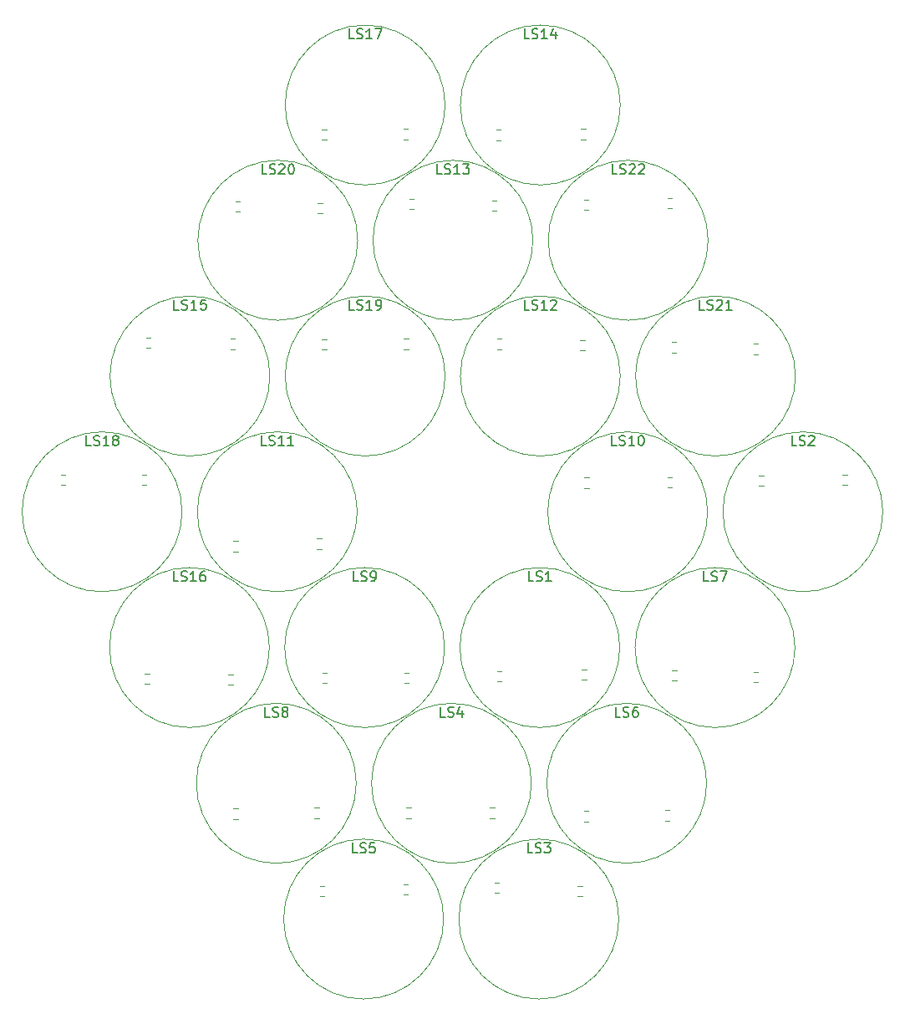
<source format=gbr>
%TF.GenerationSoftware,KiCad,Pcbnew,5.1.10*%
%TF.CreationDate,2021-07-04T18:02:09+02:00*%
%TF.ProjectId,test_16,74657374-5f31-4362-9e6b-696361645f70,0.1*%
%TF.SameCoordinates,Original*%
%TF.FileFunction,Legend,Top*%
%TF.FilePolarity,Positive*%
%FSLAX46Y46*%
G04 Gerber Fmt 4.6, Leading zero omitted, Abs format (unit mm)*
G04 Created by KiCad (PCBNEW 5.1.10) date 2021-07-04 18:02:09*
%MOMM*%
%LPD*%
G01*
G04 APERTURE LIST*
%ADD10C,0.120000*%
%ADD11C,0.150000*%
G04 APERTURE END LIST*
D10*
%TO.C,LS3*%
X416850000Y-291250000D02*
G75*
G03*
X416850000Y-291250000I-8100000J0D01*
G01*
%TO.C,LS7*%
X434700000Y-263750000D02*
G75*
G03*
X434700000Y-263750000I-8100000J0D01*
G01*
%TO.C,LS6*%
X425750000Y-277500000D02*
G75*
G03*
X425750000Y-277500000I-8100000J0D01*
G01*
%TO.C,LS5*%
X399100000Y-291250000D02*
G75*
G03*
X399100000Y-291250000I-8100000J0D01*
G01*
%TO.C,LS2*%
X443600000Y-250000000D02*
G75*
G03*
X443600000Y-250000000I-8100000J0D01*
G01*
%TO.C,LS1*%
X416950000Y-263750000D02*
G75*
G03*
X416950000Y-263750000I-8100000J0D01*
G01*
%TO.C,LS4*%
X408000000Y-277500000D02*
G75*
G03*
X408000000Y-277500000I-8100000J0D01*
G01*
%TO.C,LS10*%
X425850000Y-250000000D02*
G75*
G03*
X425850000Y-250000000I-8100000J0D01*
G01*
%TO.C,LS9*%
X399200000Y-263750000D02*
G75*
G03*
X399200000Y-263750000I-8100000J0D01*
G01*
%TO.C,LS8*%
X390250000Y-277500000D02*
G75*
G03*
X390250000Y-277500000I-8100000J0D01*
G01*
%TO.C,LS22*%
X425900000Y-222500000D02*
G75*
G03*
X425900000Y-222500000I-8100000J0D01*
G01*
%TO.C,LS21*%
X434750000Y-236250000D02*
G75*
G03*
X434750000Y-236250000I-8100000J0D01*
G01*
%TO.C,LS16*%
X381450000Y-263750000D02*
G75*
G03*
X381450000Y-263750000I-8100000J0D01*
G01*
%TO.C,LS13*%
X408150000Y-222500000D02*
G75*
G03*
X408150000Y-222500000I-8100000J0D01*
G01*
%TO.C,LS12*%
X417000000Y-236250000D02*
G75*
G03*
X417000000Y-236250000I-8100000J0D01*
G01*
%TO.C,LS11*%
X390350000Y-250000000D02*
G75*
G03*
X390350000Y-250000000I-8100000J0D01*
G01*
%TO.C,LS20*%
X390400000Y-222500000D02*
G75*
G03*
X390400000Y-222500000I-8100000J0D01*
G01*
%TO.C,LS19*%
X399250000Y-236250000D02*
G75*
G03*
X399250000Y-236250000I-8100000J0D01*
G01*
%TO.C,LS18*%
X372600000Y-250000000D02*
G75*
G03*
X372600000Y-250000000I-8100000J0D01*
G01*
%TO.C,LS15*%
X381500000Y-236250000D02*
G75*
G03*
X381500000Y-236250000I-8100000J0D01*
G01*
%TO.C,LS14*%
X417000000Y-208800000D02*
G75*
G03*
X417000000Y-208800000I-8100000J0D01*
G01*
%TO.C,LS17*%
X399250000Y-208800000D02*
G75*
G03*
X399250000Y-208800000I-8100000J0D01*
G01*
%TO.C,R40*%
X386812258Y-219772500D02*
X386337742Y-219772500D01*
X386812258Y-218727500D02*
X386337742Y-218727500D01*
%TO.C,R39*%
X395562258Y-233522500D02*
X395087742Y-233522500D01*
X395562258Y-232477500D02*
X395087742Y-232477500D01*
%TO.C,R38*%
X368987258Y-247272500D02*
X368512742Y-247272500D01*
X368987258Y-246227500D02*
X368512742Y-246227500D01*
%TO.C,R36*%
X377737258Y-267522500D02*
X377262742Y-267522500D01*
X377737258Y-266477500D02*
X377262742Y-266477500D01*
%TO.C,R35*%
X377987258Y-233522500D02*
X377512742Y-233522500D01*
X377987258Y-232477500D02*
X377512742Y-232477500D01*
%TO.C,R34*%
X413487258Y-212272500D02*
X413012742Y-212272500D01*
X413487258Y-211227500D02*
X413012742Y-211227500D01*
%TO.C,R33*%
X404487258Y-219522500D02*
X404012742Y-219522500D01*
X404487258Y-218477500D02*
X404012742Y-218477500D01*
%TO.C,R32*%
X413387258Y-233672500D02*
X412912742Y-233672500D01*
X413387258Y-232627500D02*
X412912742Y-232627500D01*
%TO.C,R31*%
X386737258Y-253772500D02*
X386262742Y-253772500D01*
X386737258Y-252727500D02*
X386262742Y-252727500D01*
%TO.C,R30*%
X378012742Y-218527500D02*
X378487258Y-218527500D01*
X378012742Y-219572500D02*
X378487258Y-219572500D01*
%TO.C,R29*%
X386762742Y-232527500D02*
X387237258Y-232527500D01*
X386762742Y-233572500D02*
X387237258Y-233572500D01*
%TO.C,R28*%
X360312742Y-246227500D02*
X360787258Y-246227500D01*
X360312742Y-247272500D02*
X360787258Y-247272500D01*
%TO.C,R26*%
X368812742Y-266377500D02*
X369287258Y-266377500D01*
X368812742Y-267422500D02*
X369287258Y-267422500D01*
%TO.C,R25*%
X368962742Y-232327500D02*
X369437258Y-232327500D01*
X368962742Y-233372500D02*
X369437258Y-233372500D01*
%TO.C,R24*%
X404412742Y-211327500D02*
X404887258Y-211327500D01*
X404412742Y-212372500D02*
X404887258Y-212372500D01*
%TO.C,R23*%
X395612742Y-218277500D02*
X396087258Y-218277500D01*
X395612742Y-219322500D02*
X396087258Y-219322500D01*
%TO.C,R22*%
X404512742Y-232477500D02*
X404987258Y-232477500D01*
X404512742Y-233522500D02*
X404987258Y-233522500D01*
%TO.C,R21*%
X377812742Y-252977500D02*
X378287258Y-252977500D01*
X377812742Y-254022500D02*
X378287258Y-254022500D01*
%TO.C,R37*%
X395487258Y-212272500D02*
X395012742Y-212272500D01*
X395487258Y-211227500D02*
X395012742Y-211227500D01*
%TO.C,R20*%
X422237258Y-247522500D02*
X421762742Y-247522500D01*
X422237258Y-246477500D02*
X421762742Y-246477500D01*
%TO.C,R19*%
X395587258Y-267372500D02*
X395112742Y-267372500D01*
X395587258Y-266327500D02*
X395112742Y-266327500D01*
%TO.C,R18*%
X386487258Y-281022500D02*
X386012742Y-281022500D01*
X386487258Y-279977500D02*
X386012742Y-279977500D01*
%TO.C,R17*%
X430987258Y-267272500D02*
X430512742Y-267272500D01*
X430987258Y-266227500D02*
X430512742Y-266227500D01*
%TO.C,R16*%
X421987258Y-281272500D02*
X421512742Y-281272500D01*
X421987258Y-280227500D02*
X421512742Y-280227500D01*
%TO.C,R15*%
X395487258Y-288772500D02*
X395012742Y-288772500D01*
X395487258Y-287727500D02*
X395012742Y-287727500D01*
%TO.C,R14*%
X404237258Y-281022500D02*
X403762742Y-281022500D01*
X404237258Y-279977500D02*
X403762742Y-279977500D01*
%TO.C,R13*%
X413137258Y-288922500D02*
X412662742Y-288922500D01*
X413137258Y-287877500D02*
X412662742Y-287877500D01*
%TO.C,R12*%
X439987258Y-247272500D02*
X439512742Y-247272500D01*
X439987258Y-246227500D02*
X439512742Y-246227500D01*
%TO.C,R11*%
X413562258Y-267022500D02*
X413087742Y-267022500D01*
X413562258Y-265977500D02*
X413087742Y-265977500D01*
%TO.C,R44*%
X422237258Y-219272500D02*
X421762742Y-219272500D01*
X422237258Y-218227500D02*
X421762742Y-218227500D01*
%TO.C,R43*%
X430987258Y-234022500D02*
X430512742Y-234022500D01*
X430987258Y-232977500D02*
X430512742Y-232977500D01*
%TO.C,R27*%
X386762742Y-211277500D02*
X387237258Y-211277500D01*
X386762742Y-212322500D02*
X387237258Y-212322500D01*
%TO.C,R10*%
X413362742Y-246527500D02*
X413837258Y-246527500D01*
X413362742Y-247572500D02*
X413837258Y-247572500D01*
%TO.C,R9*%
X386812742Y-266327500D02*
X387287258Y-266327500D01*
X386812742Y-267372500D02*
X387287258Y-267372500D01*
%TO.C,R8*%
X377812742Y-280077500D02*
X378287258Y-280077500D01*
X377812742Y-281122500D02*
X378287258Y-281122500D01*
%TO.C,R7*%
X422262742Y-266077500D02*
X422737258Y-266077500D01*
X422262742Y-267122500D02*
X422737258Y-267122500D01*
%TO.C,R6*%
X413312742Y-280327500D02*
X413787258Y-280327500D01*
X413312742Y-281372500D02*
X413787258Y-281372500D01*
%TO.C,R5*%
X386562742Y-287877500D02*
X387037258Y-287877500D01*
X386562742Y-288922500D02*
X387037258Y-288922500D01*
%TO.C,R4*%
X395312742Y-279977500D02*
X395787258Y-279977500D01*
X395312742Y-281022500D02*
X395787258Y-281022500D01*
%TO.C,R3*%
X404262742Y-287577500D02*
X404737258Y-287577500D01*
X404262742Y-288622500D02*
X404737258Y-288622500D01*
%TO.C,R2*%
X431062742Y-246327500D02*
X431537258Y-246327500D01*
X431062742Y-247372500D02*
X431537258Y-247372500D01*
%TO.C,R1*%
X404512742Y-266127500D02*
X404987258Y-266127500D01*
X404512742Y-267172500D02*
X404987258Y-267172500D01*
%TO.C,R42*%
X413312742Y-218377500D02*
X413787258Y-218377500D01*
X413312742Y-219422500D02*
X413787258Y-219422500D01*
%TO.C,R41*%
X422212742Y-232827500D02*
X422687258Y-232827500D01*
X422212742Y-233872500D02*
X422687258Y-233872500D01*
%TO.C,LS3*%
D11*
X408107142Y-284532380D02*
X407630952Y-284532380D01*
X407630952Y-283532380D01*
X408392857Y-284484761D02*
X408535714Y-284532380D01*
X408773809Y-284532380D01*
X408869047Y-284484761D01*
X408916666Y-284437142D01*
X408964285Y-284341904D01*
X408964285Y-284246666D01*
X408916666Y-284151428D01*
X408869047Y-284103809D01*
X408773809Y-284056190D01*
X408583333Y-284008571D01*
X408488095Y-283960952D01*
X408440476Y-283913333D01*
X408392857Y-283818095D01*
X408392857Y-283722857D01*
X408440476Y-283627619D01*
X408488095Y-283580000D01*
X408583333Y-283532380D01*
X408821428Y-283532380D01*
X408964285Y-283580000D01*
X409297619Y-283532380D02*
X409916666Y-283532380D01*
X409583333Y-283913333D01*
X409726190Y-283913333D01*
X409821428Y-283960952D01*
X409869047Y-284008571D01*
X409916666Y-284103809D01*
X409916666Y-284341904D01*
X409869047Y-284437142D01*
X409821428Y-284484761D01*
X409726190Y-284532380D01*
X409440476Y-284532380D01*
X409345238Y-284484761D01*
X409297619Y-284437142D01*
%TO.C,LS7*%
X425957142Y-257032380D02*
X425480952Y-257032380D01*
X425480952Y-256032380D01*
X426242857Y-256984761D02*
X426385714Y-257032380D01*
X426623809Y-257032380D01*
X426719047Y-256984761D01*
X426766666Y-256937142D01*
X426814285Y-256841904D01*
X426814285Y-256746666D01*
X426766666Y-256651428D01*
X426719047Y-256603809D01*
X426623809Y-256556190D01*
X426433333Y-256508571D01*
X426338095Y-256460952D01*
X426290476Y-256413333D01*
X426242857Y-256318095D01*
X426242857Y-256222857D01*
X426290476Y-256127619D01*
X426338095Y-256080000D01*
X426433333Y-256032380D01*
X426671428Y-256032380D01*
X426814285Y-256080000D01*
X427147619Y-256032380D02*
X427814285Y-256032380D01*
X427385714Y-257032380D01*
%TO.C,LS6*%
X417007142Y-270782380D02*
X416530952Y-270782380D01*
X416530952Y-269782380D01*
X417292857Y-270734761D02*
X417435714Y-270782380D01*
X417673809Y-270782380D01*
X417769047Y-270734761D01*
X417816666Y-270687142D01*
X417864285Y-270591904D01*
X417864285Y-270496666D01*
X417816666Y-270401428D01*
X417769047Y-270353809D01*
X417673809Y-270306190D01*
X417483333Y-270258571D01*
X417388095Y-270210952D01*
X417340476Y-270163333D01*
X417292857Y-270068095D01*
X417292857Y-269972857D01*
X417340476Y-269877619D01*
X417388095Y-269830000D01*
X417483333Y-269782380D01*
X417721428Y-269782380D01*
X417864285Y-269830000D01*
X418721428Y-269782380D02*
X418530952Y-269782380D01*
X418435714Y-269830000D01*
X418388095Y-269877619D01*
X418292857Y-270020476D01*
X418245238Y-270210952D01*
X418245238Y-270591904D01*
X418292857Y-270687142D01*
X418340476Y-270734761D01*
X418435714Y-270782380D01*
X418626190Y-270782380D01*
X418721428Y-270734761D01*
X418769047Y-270687142D01*
X418816666Y-270591904D01*
X418816666Y-270353809D01*
X418769047Y-270258571D01*
X418721428Y-270210952D01*
X418626190Y-270163333D01*
X418435714Y-270163333D01*
X418340476Y-270210952D01*
X418292857Y-270258571D01*
X418245238Y-270353809D01*
%TO.C,LS5*%
X390357142Y-284532380D02*
X389880952Y-284532380D01*
X389880952Y-283532380D01*
X390642857Y-284484761D02*
X390785714Y-284532380D01*
X391023809Y-284532380D01*
X391119047Y-284484761D01*
X391166666Y-284437142D01*
X391214285Y-284341904D01*
X391214285Y-284246666D01*
X391166666Y-284151428D01*
X391119047Y-284103809D01*
X391023809Y-284056190D01*
X390833333Y-284008571D01*
X390738095Y-283960952D01*
X390690476Y-283913333D01*
X390642857Y-283818095D01*
X390642857Y-283722857D01*
X390690476Y-283627619D01*
X390738095Y-283580000D01*
X390833333Y-283532380D01*
X391071428Y-283532380D01*
X391214285Y-283580000D01*
X392119047Y-283532380D02*
X391642857Y-283532380D01*
X391595238Y-284008571D01*
X391642857Y-283960952D01*
X391738095Y-283913333D01*
X391976190Y-283913333D01*
X392071428Y-283960952D01*
X392119047Y-284008571D01*
X392166666Y-284103809D01*
X392166666Y-284341904D01*
X392119047Y-284437142D01*
X392071428Y-284484761D01*
X391976190Y-284532380D01*
X391738095Y-284532380D01*
X391642857Y-284484761D01*
X391595238Y-284437142D01*
%TO.C,LS2*%
X434857142Y-243282380D02*
X434380952Y-243282380D01*
X434380952Y-242282380D01*
X435142857Y-243234761D02*
X435285714Y-243282380D01*
X435523809Y-243282380D01*
X435619047Y-243234761D01*
X435666666Y-243187142D01*
X435714285Y-243091904D01*
X435714285Y-242996666D01*
X435666666Y-242901428D01*
X435619047Y-242853809D01*
X435523809Y-242806190D01*
X435333333Y-242758571D01*
X435238095Y-242710952D01*
X435190476Y-242663333D01*
X435142857Y-242568095D01*
X435142857Y-242472857D01*
X435190476Y-242377619D01*
X435238095Y-242330000D01*
X435333333Y-242282380D01*
X435571428Y-242282380D01*
X435714285Y-242330000D01*
X436095238Y-242377619D02*
X436142857Y-242330000D01*
X436238095Y-242282380D01*
X436476190Y-242282380D01*
X436571428Y-242330000D01*
X436619047Y-242377619D01*
X436666666Y-242472857D01*
X436666666Y-242568095D01*
X436619047Y-242710952D01*
X436047619Y-243282380D01*
X436666666Y-243282380D01*
%TO.C,LS1*%
X408207142Y-257032380D02*
X407730952Y-257032380D01*
X407730952Y-256032380D01*
X408492857Y-256984761D02*
X408635714Y-257032380D01*
X408873809Y-257032380D01*
X408969047Y-256984761D01*
X409016666Y-256937142D01*
X409064285Y-256841904D01*
X409064285Y-256746666D01*
X409016666Y-256651428D01*
X408969047Y-256603809D01*
X408873809Y-256556190D01*
X408683333Y-256508571D01*
X408588095Y-256460952D01*
X408540476Y-256413333D01*
X408492857Y-256318095D01*
X408492857Y-256222857D01*
X408540476Y-256127619D01*
X408588095Y-256080000D01*
X408683333Y-256032380D01*
X408921428Y-256032380D01*
X409064285Y-256080000D01*
X410016666Y-257032380D02*
X409445238Y-257032380D01*
X409730952Y-257032380D02*
X409730952Y-256032380D01*
X409635714Y-256175238D01*
X409540476Y-256270476D01*
X409445238Y-256318095D01*
%TO.C,LS4*%
X399257142Y-270782380D02*
X398780952Y-270782380D01*
X398780952Y-269782380D01*
X399542857Y-270734761D02*
X399685714Y-270782380D01*
X399923809Y-270782380D01*
X400019047Y-270734761D01*
X400066666Y-270687142D01*
X400114285Y-270591904D01*
X400114285Y-270496666D01*
X400066666Y-270401428D01*
X400019047Y-270353809D01*
X399923809Y-270306190D01*
X399733333Y-270258571D01*
X399638095Y-270210952D01*
X399590476Y-270163333D01*
X399542857Y-270068095D01*
X399542857Y-269972857D01*
X399590476Y-269877619D01*
X399638095Y-269830000D01*
X399733333Y-269782380D01*
X399971428Y-269782380D01*
X400114285Y-269830000D01*
X400971428Y-270115714D02*
X400971428Y-270782380D01*
X400733333Y-269734761D02*
X400495238Y-270449047D01*
X401114285Y-270449047D01*
%TO.C,LS10*%
X416630952Y-243282380D02*
X416154761Y-243282380D01*
X416154761Y-242282380D01*
X416916666Y-243234761D02*
X417059523Y-243282380D01*
X417297619Y-243282380D01*
X417392857Y-243234761D01*
X417440476Y-243187142D01*
X417488095Y-243091904D01*
X417488095Y-242996666D01*
X417440476Y-242901428D01*
X417392857Y-242853809D01*
X417297619Y-242806190D01*
X417107142Y-242758571D01*
X417011904Y-242710952D01*
X416964285Y-242663333D01*
X416916666Y-242568095D01*
X416916666Y-242472857D01*
X416964285Y-242377619D01*
X417011904Y-242330000D01*
X417107142Y-242282380D01*
X417345238Y-242282380D01*
X417488095Y-242330000D01*
X418440476Y-243282380D02*
X417869047Y-243282380D01*
X418154761Y-243282380D02*
X418154761Y-242282380D01*
X418059523Y-242425238D01*
X417964285Y-242520476D01*
X417869047Y-242568095D01*
X419059523Y-242282380D02*
X419154761Y-242282380D01*
X419250000Y-242330000D01*
X419297619Y-242377619D01*
X419345238Y-242472857D01*
X419392857Y-242663333D01*
X419392857Y-242901428D01*
X419345238Y-243091904D01*
X419297619Y-243187142D01*
X419250000Y-243234761D01*
X419154761Y-243282380D01*
X419059523Y-243282380D01*
X418964285Y-243234761D01*
X418916666Y-243187142D01*
X418869047Y-243091904D01*
X418821428Y-242901428D01*
X418821428Y-242663333D01*
X418869047Y-242472857D01*
X418916666Y-242377619D01*
X418964285Y-242330000D01*
X419059523Y-242282380D01*
%TO.C,LS9*%
X390457142Y-257032380D02*
X389980952Y-257032380D01*
X389980952Y-256032380D01*
X390742857Y-256984761D02*
X390885714Y-257032380D01*
X391123809Y-257032380D01*
X391219047Y-256984761D01*
X391266666Y-256937142D01*
X391314285Y-256841904D01*
X391314285Y-256746666D01*
X391266666Y-256651428D01*
X391219047Y-256603809D01*
X391123809Y-256556190D01*
X390933333Y-256508571D01*
X390838095Y-256460952D01*
X390790476Y-256413333D01*
X390742857Y-256318095D01*
X390742857Y-256222857D01*
X390790476Y-256127619D01*
X390838095Y-256080000D01*
X390933333Y-256032380D01*
X391171428Y-256032380D01*
X391314285Y-256080000D01*
X391790476Y-257032380D02*
X391980952Y-257032380D01*
X392076190Y-256984761D01*
X392123809Y-256937142D01*
X392219047Y-256794285D01*
X392266666Y-256603809D01*
X392266666Y-256222857D01*
X392219047Y-256127619D01*
X392171428Y-256080000D01*
X392076190Y-256032380D01*
X391885714Y-256032380D01*
X391790476Y-256080000D01*
X391742857Y-256127619D01*
X391695238Y-256222857D01*
X391695238Y-256460952D01*
X391742857Y-256556190D01*
X391790476Y-256603809D01*
X391885714Y-256651428D01*
X392076190Y-256651428D01*
X392171428Y-256603809D01*
X392219047Y-256556190D01*
X392266666Y-256460952D01*
%TO.C,LS8*%
X381507142Y-270782380D02*
X381030952Y-270782380D01*
X381030952Y-269782380D01*
X381792857Y-270734761D02*
X381935714Y-270782380D01*
X382173809Y-270782380D01*
X382269047Y-270734761D01*
X382316666Y-270687142D01*
X382364285Y-270591904D01*
X382364285Y-270496666D01*
X382316666Y-270401428D01*
X382269047Y-270353809D01*
X382173809Y-270306190D01*
X381983333Y-270258571D01*
X381888095Y-270210952D01*
X381840476Y-270163333D01*
X381792857Y-270068095D01*
X381792857Y-269972857D01*
X381840476Y-269877619D01*
X381888095Y-269830000D01*
X381983333Y-269782380D01*
X382221428Y-269782380D01*
X382364285Y-269830000D01*
X382935714Y-270210952D02*
X382840476Y-270163333D01*
X382792857Y-270115714D01*
X382745238Y-270020476D01*
X382745238Y-269972857D01*
X382792857Y-269877619D01*
X382840476Y-269830000D01*
X382935714Y-269782380D01*
X383126190Y-269782380D01*
X383221428Y-269830000D01*
X383269047Y-269877619D01*
X383316666Y-269972857D01*
X383316666Y-270020476D01*
X383269047Y-270115714D01*
X383221428Y-270163333D01*
X383126190Y-270210952D01*
X382935714Y-270210952D01*
X382840476Y-270258571D01*
X382792857Y-270306190D01*
X382745238Y-270401428D01*
X382745238Y-270591904D01*
X382792857Y-270687142D01*
X382840476Y-270734761D01*
X382935714Y-270782380D01*
X383126190Y-270782380D01*
X383221428Y-270734761D01*
X383269047Y-270687142D01*
X383316666Y-270591904D01*
X383316666Y-270401428D01*
X383269047Y-270306190D01*
X383221428Y-270258571D01*
X383126190Y-270210952D01*
%TO.C,LS22*%
X416680952Y-215782380D02*
X416204761Y-215782380D01*
X416204761Y-214782380D01*
X416966666Y-215734761D02*
X417109523Y-215782380D01*
X417347619Y-215782380D01*
X417442857Y-215734761D01*
X417490476Y-215687142D01*
X417538095Y-215591904D01*
X417538095Y-215496666D01*
X417490476Y-215401428D01*
X417442857Y-215353809D01*
X417347619Y-215306190D01*
X417157142Y-215258571D01*
X417061904Y-215210952D01*
X417014285Y-215163333D01*
X416966666Y-215068095D01*
X416966666Y-214972857D01*
X417014285Y-214877619D01*
X417061904Y-214830000D01*
X417157142Y-214782380D01*
X417395238Y-214782380D01*
X417538095Y-214830000D01*
X417919047Y-214877619D02*
X417966666Y-214830000D01*
X418061904Y-214782380D01*
X418300000Y-214782380D01*
X418395238Y-214830000D01*
X418442857Y-214877619D01*
X418490476Y-214972857D01*
X418490476Y-215068095D01*
X418442857Y-215210952D01*
X417871428Y-215782380D01*
X418490476Y-215782380D01*
X418871428Y-214877619D02*
X418919047Y-214830000D01*
X419014285Y-214782380D01*
X419252380Y-214782380D01*
X419347619Y-214830000D01*
X419395238Y-214877619D01*
X419442857Y-214972857D01*
X419442857Y-215068095D01*
X419395238Y-215210952D01*
X418823809Y-215782380D01*
X419442857Y-215782380D01*
%TO.C,LS21*%
X425530952Y-229532380D02*
X425054761Y-229532380D01*
X425054761Y-228532380D01*
X425816666Y-229484761D02*
X425959523Y-229532380D01*
X426197619Y-229532380D01*
X426292857Y-229484761D01*
X426340476Y-229437142D01*
X426388095Y-229341904D01*
X426388095Y-229246666D01*
X426340476Y-229151428D01*
X426292857Y-229103809D01*
X426197619Y-229056190D01*
X426007142Y-229008571D01*
X425911904Y-228960952D01*
X425864285Y-228913333D01*
X425816666Y-228818095D01*
X425816666Y-228722857D01*
X425864285Y-228627619D01*
X425911904Y-228580000D01*
X426007142Y-228532380D01*
X426245238Y-228532380D01*
X426388095Y-228580000D01*
X426769047Y-228627619D02*
X426816666Y-228580000D01*
X426911904Y-228532380D01*
X427150000Y-228532380D01*
X427245238Y-228580000D01*
X427292857Y-228627619D01*
X427340476Y-228722857D01*
X427340476Y-228818095D01*
X427292857Y-228960952D01*
X426721428Y-229532380D01*
X427340476Y-229532380D01*
X428292857Y-229532380D02*
X427721428Y-229532380D01*
X428007142Y-229532380D02*
X428007142Y-228532380D01*
X427911904Y-228675238D01*
X427816666Y-228770476D01*
X427721428Y-228818095D01*
%TO.C,LS16*%
X372230952Y-257032380D02*
X371754761Y-257032380D01*
X371754761Y-256032380D01*
X372516666Y-256984761D02*
X372659523Y-257032380D01*
X372897619Y-257032380D01*
X372992857Y-256984761D01*
X373040476Y-256937142D01*
X373088095Y-256841904D01*
X373088095Y-256746666D01*
X373040476Y-256651428D01*
X372992857Y-256603809D01*
X372897619Y-256556190D01*
X372707142Y-256508571D01*
X372611904Y-256460952D01*
X372564285Y-256413333D01*
X372516666Y-256318095D01*
X372516666Y-256222857D01*
X372564285Y-256127619D01*
X372611904Y-256080000D01*
X372707142Y-256032380D01*
X372945238Y-256032380D01*
X373088095Y-256080000D01*
X374040476Y-257032380D02*
X373469047Y-257032380D01*
X373754761Y-257032380D02*
X373754761Y-256032380D01*
X373659523Y-256175238D01*
X373564285Y-256270476D01*
X373469047Y-256318095D01*
X374897619Y-256032380D02*
X374707142Y-256032380D01*
X374611904Y-256080000D01*
X374564285Y-256127619D01*
X374469047Y-256270476D01*
X374421428Y-256460952D01*
X374421428Y-256841904D01*
X374469047Y-256937142D01*
X374516666Y-256984761D01*
X374611904Y-257032380D01*
X374802380Y-257032380D01*
X374897619Y-256984761D01*
X374945238Y-256937142D01*
X374992857Y-256841904D01*
X374992857Y-256603809D01*
X374945238Y-256508571D01*
X374897619Y-256460952D01*
X374802380Y-256413333D01*
X374611904Y-256413333D01*
X374516666Y-256460952D01*
X374469047Y-256508571D01*
X374421428Y-256603809D01*
%TO.C,LS13*%
X398930952Y-215782380D02*
X398454761Y-215782380D01*
X398454761Y-214782380D01*
X399216666Y-215734761D02*
X399359523Y-215782380D01*
X399597619Y-215782380D01*
X399692857Y-215734761D01*
X399740476Y-215687142D01*
X399788095Y-215591904D01*
X399788095Y-215496666D01*
X399740476Y-215401428D01*
X399692857Y-215353809D01*
X399597619Y-215306190D01*
X399407142Y-215258571D01*
X399311904Y-215210952D01*
X399264285Y-215163333D01*
X399216666Y-215068095D01*
X399216666Y-214972857D01*
X399264285Y-214877619D01*
X399311904Y-214830000D01*
X399407142Y-214782380D01*
X399645238Y-214782380D01*
X399788095Y-214830000D01*
X400740476Y-215782380D02*
X400169047Y-215782380D01*
X400454761Y-215782380D02*
X400454761Y-214782380D01*
X400359523Y-214925238D01*
X400264285Y-215020476D01*
X400169047Y-215068095D01*
X401073809Y-214782380D02*
X401692857Y-214782380D01*
X401359523Y-215163333D01*
X401502380Y-215163333D01*
X401597619Y-215210952D01*
X401645238Y-215258571D01*
X401692857Y-215353809D01*
X401692857Y-215591904D01*
X401645238Y-215687142D01*
X401597619Y-215734761D01*
X401502380Y-215782380D01*
X401216666Y-215782380D01*
X401121428Y-215734761D01*
X401073809Y-215687142D01*
%TO.C,LS12*%
X407780952Y-229532380D02*
X407304761Y-229532380D01*
X407304761Y-228532380D01*
X408066666Y-229484761D02*
X408209523Y-229532380D01*
X408447619Y-229532380D01*
X408542857Y-229484761D01*
X408590476Y-229437142D01*
X408638095Y-229341904D01*
X408638095Y-229246666D01*
X408590476Y-229151428D01*
X408542857Y-229103809D01*
X408447619Y-229056190D01*
X408257142Y-229008571D01*
X408161904Y-228960952D01*
X408114285Y-228913333D01*
X408066666Y-228818095D01*
X408066666Y-228722857D01*
X408114285Y-228627619D01*
X408161904Y-228580000D01*
X408257142Y-228532380D01*
X408495238Y-228532380D01*
X408638095Y-228580000D01*
X409590476Y-229532380D02*
X409019047Y-229532380D01*
X409304761Y-229532380D02*
X409304761Y-228532380D01*
X409209523Y-228675238D01*
X409114285Y-228770476D01*
X409019047Y-228818095D01*
X409971428Y-228627619D02*
X410019047Y-228580000D01*
X410114285Y-228532380D01*
X410352380Y-228532380D01*
X410447619Y-228580000D01*
X410495238Y-228627619D01*
X410542857Y-228722857D01*
X410542857Y-228818095D01*
X410495238Y-228960952D01*
X409923809Y-229532380D01*
X410542857Y-229532380D01*
%TO.C,LS11*%
X381130952Y-243282380D02*
X380654761Y-243282380D01*
X380654761Y-242282380D01*
X381416666Y-243234761D02*
X381559523Y-243282380D01*
X381797619Y-243282380D01*
X381892857Y-243234761D01*
X381940476Y-243187142D01*
X381988095Y-243091904D01*
X381988095Y-242996666D01*
X381940476Y-242901428D01*
X381892857Y-242853809D01*
X381797619Y-242806190D01*
X381607142Y-242758571D01*
X381511904Y-242710952D01*
X381464285Y-242663333D01*
X381416666Y-242568095D01*
X381416666Y-242472857D01*
X381464285Y-242377619D01*
X381511904Y-242330000D01*
X381607142Y-242282380D01*
X381845238Y-242282380D01*
X381988095Y-242330000D01*
X382940476Y-243282380D02*
X382369047Y-243282380D01*
X382654761Y-243282380D02*
X382654761Y-242282380D01*
X382559523Y-242425238D01*
X382464285Y-242520476D01*
X382369047Y-242568095D01*
X383892857Y-243282380D02*
X383321428Y-243282380D01*
X383607142Y-243282380D02*
X383607142Y-242282380D01*
X383511904Y-242425238D01*
X383416666Y-242520476D01*
X383321428Y-242568095D01*
%TO.C,LS20*%
X381180952Y-215782380D02*
X380704761Y-215782380D01*
X380704761Y-214782380D01*
X381466666Y-215734761D02*
X381609523Y-215782380D01*
X381847619Y-215782380D01*
X381942857Y-215734761D01*
X381990476Y-215687142D01*
X382038095Y-215591904D01*
X382038095Y-215496666D01*
X381990476Y-215401428D01*
X381942857Y-215353809D01*
X381847619Y-215306190D01*
X381657142Y-215258571D01*
X381561904Y-215210952D01*
X381514285Y-215163333D01*
X381466666Y-215068095D01*
X381466666Y-214972857D01*
X381514285Y-214877619D01*
X381561904Y-214830000D01*
X381657142Y-214782380D01*
X381895238Y-214782380D01*
X382038095Y-214830000D01*
X382419047Y-214877619D02*
X382466666Y-214830000D01*
X382561904Y-214782380D01*
X382800000Y-214782380D01*
X382895238Y-214830000D01*
X382942857Y-214877619D01*
X382990476Y-214972857D01*
X382990476Y-215068095D01*
X382942857Y-215210952D01*
X382371428Y-215782380D01*
X382990476Y-215782380D01*
X383609523Y-214782380D02*
X383704761Y-214782380D01*
X383800000Y-214830000D01*
X383847619Y-214877619D01*
X383895238Y-214972857D01*
X383942857Y-215163333D01*
X383942857Y-215401428D01*
X383895238Y-215591904D01*
X383847619Y-215687142D01*
X383800000Y-215734761D01*
X383704761Y-215782380D01*
X383609523Y-215782380D01*
X383514285Y-215734761D01*
X383466666Y-215687142D01*
X383419047Y-215591904D01*
X383371428Y-215401428D01*
X383371428Y-215163333D01*
X383419047Y-214972857D01*
X383466666Y-214877619D01*
X383514285Y-214830000D01*
X383609523Y-214782380D01*
%TO.C,LS19*%
X390030952Y-229532380D02*
X389554761Y-229532380D01*
X389554761Y-228532380D01*
X390316666Y-229484761D02*
X390459523Y-229532380D01*
X390697619Y-229532380D01*
X390792857Y-229484761D01*
X390840476Y-229437142D01*
X390888095Y-229341904D01*
X390888095Y-229246666D01*
X390840476Y-229151428D01*
X390792857Y-229103809D01*
X390697619Y-229056190D01*
X390507142Y-229008571D01*
X390411904Y-228960952D01*
X390364285Y-228913333D01*
X390316666Y-228818095D01*
X390316666Y-228722857D01*
X390364285Y-228627619D01*
X390411904Y-228580000D01*
X390507142Y-228532380D01*
X390745238Y-228532380D01*
X390888095Y-228580000D01*
X391840476Y-229532380D02*
X391269047Y-229532380D01*
X391554761Y-229532380D02*
X391554761Y-228532380D01*
X391459523Y-228675238D01*
X391364285Y-228770476D01*
X391269047Y-228818095D01*
X392316666Y-229532380D02*
X392507142Y-229532380D01*
X392602380Y-229484761D01*
X392650000Y-229437142D01*
X392745238Y-229294285D01*
X392792857Y-229103809D01*
X392792857Y-228722857D01*
X392745238Y-228627619D01*
X392697619Y-228580000D01*
X392602380Y-228532380D01*
X392411904Y-228532380D01*
X392316666Y-228580000D01*
X392269047Y-228627619D01*
X392221428Y-228722857D01*
X392221428Y-228960952D01*
X392269047Y-229056190D01*
X392316666Y-229103809D01*
X392411904Y-229151428D01*
X392602380Y-229151428D01*
X392697619Y-229103809D01*
X392745238Y-229056190D01*
X392792857Y-228960952D01*
%TO.C,LS18*%
X363380952Y-243282380D02*
X362904761Y-243282380D01*
X362904761Y-242282380D01*
X363666666Y-243234761D02*
X363809523Y-243282380D01*
X364047619Y-243282380D01*
X364142857Y-243234761D01*
X364190476Y-243187142D01*
X364238095Y-243091904D01*
X364238095Y-242996666D01*
X364190476Y-242901428D01*
X364142857Y-242853809D01*
X364047619Y-242806190D01*
X363857142Y-242758571D01*
X363761904Y-242710952D01*
X363714285Y-242663333D01*
X363666666Y-242568095D01*
X363666666Y-242472857D01*
X363714285Y-242377619D01*
X363761904Y-242330000D01*
X363857142Y-242282380D01*
X364095238Y-242282380D01*
X364238095Y-242330000D01*
X365190476Y-243282380D02*
X364619047Y-243282380D01*
X364904761Y-243282380D02*
X364904761Y-242282380D01*
X364809523Y-242425238D01*
X364714285Y-242520476D01*
X364619047Y-242568095D01*
X365761904Y-242710952D02*
X365666666Y-242663333D01*
X365619047Y-242615714D01*
X365571428Y-242520476D01*
X365571428Y-242472857D01*
X365619047Y-242377619D01*
X365666666Y-242330000D01*
X365761904Y-242282380D01*
X365952380Y-242282380D01*
X366047619Y-242330000D01*
X366095238Y-242377619D01*
X366142857Y-242472857D01*
X366142857Y-242520476D01*
X366095238Y-242615714D01*
X366047619Y-242663333D01*
X365952380Y-242710952D01*
X365761904Y-242710952D01*
X365666666Y-242758571D01*
X365619047Y-242806190D01*
X365571428Y-242901428D01*
X365571428Y-243091904D01*
X365619047Y-243187142D01*
X365666666Y-243234761D01*
X365761904Y-243282380D01*
X365952380Y-243282380D01*
X366047619Y-243234761D01*
X366095238Y-243187142D01*
X366142857Y-243091904D01*
X366142857Y-242901428D01*
X366095238Y-242806190D01*
X366047619Y-242758571D01*
X365952380Y-242710952D01*
%TO.C,LS15*%
X372280952Y-229532380D02*
X371804761Y-229532380D01*
X371804761Y-228532380D01*
X372566666Y-229484761D02*
X372709523Y-229532380D01*
X372947619Y-229532380D01*
X373042857Y-229484761D01*
X373090476Y-229437142D01*
X373138095Y-229341904D01*
X373138095Y-229246666D01*
X373090476Y-229151428D01*
X373042857Y-229103809D01*
X372947619Y-229056190D01*
X372757142Y-229008571D01*
X372661904Y-228960952D01*
X372614285Y-228913333D01*
X372566666Y-228818095D01*
X372566666Y-228722857D01*
X372614285Y-228627619D01*
X372661904Y-228580000D01*
X372757142Y-228532380D01*
X372995238Y-228532380D01*
X373138095Y-228580000D01*
X374090476Y-229532380D02*
X373519047Y-229532380D01*
X373804761Y-229532380D02*
X373804761Y-228532380D01*
X373709523Y-228675238D01*
X373614285Y-228770476D01*
X373519047Y-228818095D01*
X374995238Y-228532380D02*
X374519047Y-228532380D01*
X374471428Y-229008571D01*
X374519047Y-228960952D01*
X374614285Y-228913333D01*
X374852380Y-228913333D01*
X374947619Y-228960952D01*
X374995238Y-229008571D01*
X375042857Y-229103809D01*
X375042857Y-229341904D01*
X374995238Y-229437142D01*
X374947619Y-229484761D01*
X374852380Y-229532380D01*
X374614285Y-229532380D01*
X374519047Y-229484761D01*
X374471428Y-229437142D01*
%TO.C,LS14*%
X407780952Y-202082380D02*
X407304761Y-202082380D01*
X407304761Y-201082380D01*
X408066666Y-202034761D02*
X408209523Y-202082380D01*
X408447619Y-202082380D01*
X408542857Y-202034761D01*
X408590476Y-201987142D01*
X408638095Y-201891904D01*
X408638095Y-201796666D01*
X408590476Y-201701428D01*
X408542857Y-201653809D01*
X408447619Y-201606190D01*
X408257142Y-201558571D01*
X408161904Y-201510952D01*
X408114285Y-201463333D01*
X408066666Y-201368095D01*
X408066666Y-201272857D01*
X408114285Y-201177619D01*
X408161904Y-201130000D01*
X408257142Y-201082380D01*
X408495238Y-201082380D01*
X408638095Y-201130000D01*
X409590476Y-202082380D02*
X409019047Y-202082380D01*
X409304761Y-202082380D02*
X409304761Y-201082380D01*
X409209523Y-201225238D01*
X409114285Y-201320476D01*
X409019047Y-201368095D01*
X410447619Y-201415714D02*
X410447619Y-202082380D01*
X410209523Y-201034761D02*
X409971428Y-201749047D01*
X410590476Y-201749047D01*
%TO.C,LS17*%
X390030952Y-202082380D02*
X389554761Y-202082380D01*
X389554761Y-201082380D01*
X390316666Y-202034761D02*
X390459523Y-202082380D01*
X390697619Y-202082380D01*
X390792857Y-202034761D01*
X390840476Y-201987142D01*
X390888095Y-201891904D01*
X390888095Y-201796666D01*
X390840476Y-201701428D01*
X390792857Y-201653809D01*
X390697619Y-201606190D01*
X390507142Y-201558571D01*
X390411904Y-201510952D01*
X390364285Y-201463333D01*
X390316666Y-201368095D01*
X390316666Y-201272857D01*
X390364285Y-201177619D01*
X390411904Y-201130000D01*
X390507142Y-201082380D01*
X390745238Y-201082380D01*
X390888095Y-201130000D01*
X391840476Y-202082380D02*
X391269047Y-202082380D01*
X391554761Y-202082380D02*
X391554761Y-201082380D01*
X391459523Y-201225238D01*
X391364285Y-201320476D01*
X391269047Y-201368095D01*
X392173809Y-201082380D02*
X392840476Y-201082380D01*
X392411904Y-202082380D01*
%TD*%
M02*

</source>
